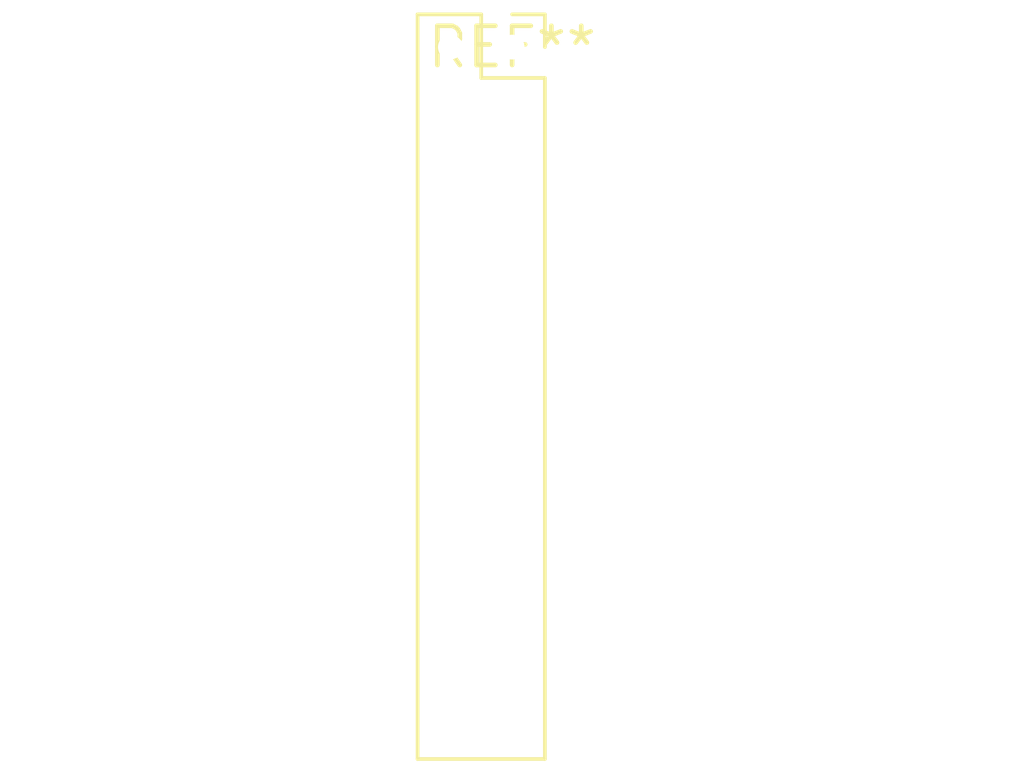
<source format=kicad_pcb>
(kicad_pcb (version 20240108) (generator pcbnew)
  (layers (0 "F.Cu" signal) (31 "B.Cu" signal) (34 "B.Paste" user) (35 "F.Paste" user) (36 "B.SilkS" user "B.Silkscreen") (37 "F.SilkS" user "F.Silkscreen") (38 "B.Mask" user) (39 "F.Mask" user) (44 "Edge.Cuts" user))
  (net 0 "")
  (footprint "PinSocket_2x12_P2.00mm_Vertical" (layer "F.Cu") (at 0 0)
    (property "Reference" "REF**")
    (property "Value" "PinSocket_2x12_P2.00mm_Vertical")
    (fp_line (start -3.06 -1.06) (end -3.06 23.06) (layer "F.SilkS") (stroke (width 0.12)))
    (fp_line (start -3.06 -1.06) (end -1 -1.06) (layer "F.SilkS") (stroke (width 0.12)))
    (fp_line (start -3.06 23.06) (end 1.06 23.06) (layer "F.SilkS") (stroke (width 0.12)))
    (fp_line (start -1 -1.06) (end -1 1) (layer "F.SilkS") (stroke (width 0.12)))
    (fp_line (start -1 1) (end 1.06 1) (layer "F.SilkS") (stroke (width 0.12)))
    (fp_line (start 0 -1.06) (end 1.06 -1.06) (layer "F.SilkS") (stroke (width 0.12)))
    (fp_line (start 1.06 -1.06) (end 1.06 0) (layer "F.SilkS") (stroke (width 0.12)))
    (fp_line (start 1.06 1) (end 1.06 23.06) (layer "F.SilkS") (stroke (width 0.12)))
    (pad "1" thru_hole rect (at 0 0) (size 1.35 1.35) (drill 0.8) (layers *.Cu *.Mask) (remove_unused_layers))
    (pad "2" thru_hole oval (at -2 0) (size 1.35 1.35) (drill 0.8) (layers *.Cu *.Mask) (remove_unused_layers))
    (pad "3" thru_hole oval (at 0 2) (size 1.35 1.35) (drill 0.8) (layers *.Cu *.Mask) (remove_unused_layers))
    (pad "4" thru_hole oval (at -2 2) (size 1.35 1.35) (drill 0.8) (layers *.Cu *.Mask) (remove_unused_layers))
    (pad "5" thru_hole oval (at 0 4) (size 1.35 1.35) (drill 0.8) (layers *.Cu *.Mask) (remove_unused_layers))
    (pad "6" thru_hole oval (at -2 4) (size 1.35 1.35) (drill 0.8) (layers *.Cu *.Mask) (remove_unused_layers))
    (pad "7" thru_hole oval (at 0 6) (size 1.35 1.35) (drill 0.8) (layers *.Cu *.Mask) (remove_unused_layers))
    (pad "8" thru_hole oval (at -2 6) (size 1.35 1.35) (drill 0.8) (layers *.Cu *.Mask) (remove_unused_layers))
    (pad "9" thru_hole oval (at 0 8) (size 1.35 1.35) (drill 0.8) (layers *.Cu *.Mask) (remove_unused_layers))
    (pad "10" thru_hole oval (at -2 8) (size 1.35 1.35) (drill 0.8) (layers *.Cu *.Mask) (remove_unused_layers))
    (pad "11" thru_hole oval (at 0 10) (size 1.35 1.35) (drill 0.8) (layers *.Cu *.Mask) (remove_unused_layers))
    (pad "12" thru_hole oval (at -2 10) (size 1.35 1.35) (drill 0.8) (layers *.Cu *.Mask) (remove_unused_layers))
    (pad "13" thru_hole oval (at 0 12) (size 1.35 1.35) (drill 0.8) (layers *.Cu *.Mask) (remove_unused_layers))
    (pad "14" thru_hole oval (at -2 12) (size 1.35 1.35) (drill 0.8) (layers *.Cu *.Mask) (remove_unused_layers))
    (pad "15" thru_hole oval (at 0 14) (size 1.35 1.35) (drill 0.8) (layers *.Cu *.Mask) (remove_unused_layers))
    (pad "16" thru_hole oval (at -2 14) (size 1.35 1.35) (drill 0.8) (layers *.Cu *.Mask) (remove_unused_layers))
    (pad "17" thru_hole oval (at 0 16) (size 1.35 1.35) (drill 0.8) (layers *.Cu *.Mask) (remove_unused_layers))
    (pad "18" thru_hole oval (at -2 16) (size 1.35 1.35) (drill 0.8) (layers *.Cu *.Mask) (remove_unused_layers))
    (pad "19" thru_hole oval (at 0 18) (size 1.35 1.35) (drill 0.8) (layers *.Cu *.Mask) (remove_unused_layers))
    (pad "20" thru_hole oval (at -2 18) (size 1.35 1.35) (drill 0.8) (layers *.Cu *.Mask) (remove_unused_layers))
    (pad "21" thru_hole oval (at 0 20) (size 1.35 1.35) (drill 0.8) (layers *.Cu *.Mask) (remove_unused_layers))
    (pad "22" thru_hole oval (at -2 20) (size 1.35 1.35) (drill 0.8) (layers *.Cu *.Mask) (remove_unused_layers))
    (pad "23" thru_hole oval (at 0 22) (size 1.35 1.35) (drill 0.8) (layers *.Cu *.Mask) (remove_unused_layers))
    (pad "24" thru_hole oval (at -2 22) (size 1.35 1.35) (drill 0.8) (layers *.Cu *.Mask) (remove_unused_layers))
  )
)
</source>
